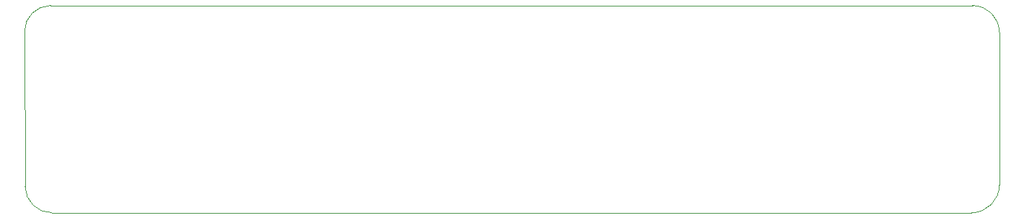
<source format=gbr>
G04*
G04 #@! TF.GenerationSoftware,Altium Limited,Altium Designer,23.0.1 (38)*
G04*
G04 Layer_Color=0*
%FSLAX24Y24*%
%MOIN*%
G70*
G04*
G04 #@! TF.SameCoordinates,BEEE6B11-5ECA-4AAD-BFAB-FF97A37F51A9*
G04*
G04*
G04 #@! TF.FilePolarity,Positive*
G04*
G01*
G75*
%ADD50C,0.0010*%
D50*
X33069Y42550D02*
X33041Y49741D01*
Y49741D01*
D02*
G02*
X34250Y50950I1209J0D01*
G01*
X76900D01*
D02*
G02*
X78131Y49719I0J-1231D01*
G01*
X78130Y49708D01*
X78139Y42639D01*
D02*
G02*
X76850Y41350I-1289J-0D01*
G01*
X34300D01*
D02*
G02*
X33069Y42550I0J1231D01*
G01*
M02*

</source>
